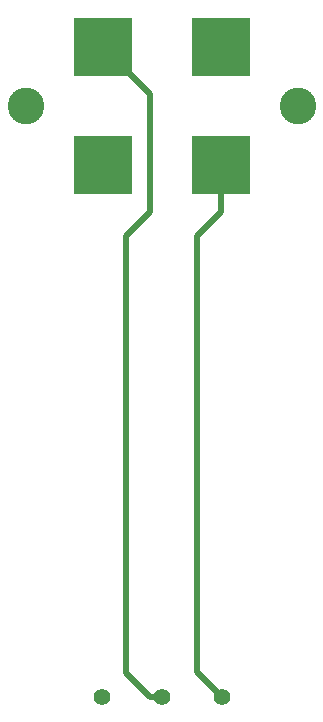
<source format=gbr>
G04 (created by PCBNEW (2013-may-18)-stable) date Пт 28 авг 2015 20:52:40*
%MOIN*%
G04 Gerber Fmt 3.4, Leading zero omitted, Abs format*
%FSLAX34Y34*%
G01*
G70*
G90*
G04 APERTURE LIST*
%ADD10C,0.00393701*%
%ADD11R,0.19685X0.19685*%
%ADD12C,0.122047*%
%ADD13C,0.0551181*%
%ADD14C,0.019685*%
G04 APERTURE END LIST*
G54D10*
G54D11*
X9633Y-7811D03*
X13570Y-7811D03*
X9633Y-11748D03*
X13570Y-11748D03*
G54D12*
X7074Y-9779D03*
X16129Y-9779D03*
G54D13*
X13601Y-29464D03*
X11601Y-29464D03*
X9601Y-29464D03*
G54D14*
X10420Y-14110D02*
X11207Y-13323D01*
X11207Y-29464D02*
X10420Y-28677D01*
X10420Y-28677D02*
X10420Y-14110D01*
X11601Y-29464D02*
X11207Y-29464D01*
X11207Y-9386D02*
X9633Y-7811D01*
X11207Y-13323D02*
X11207Y-9386D01*
X13570Y-11748D02*
X13570Y-13323D01*
X12782Y-28646D02*
X13601Y-29464D01*
X12782Y-14110D02*
X12782Y-28646D01*
X13570Y-13323D02*
X12782Y-14110D01*
M02*

</source>
